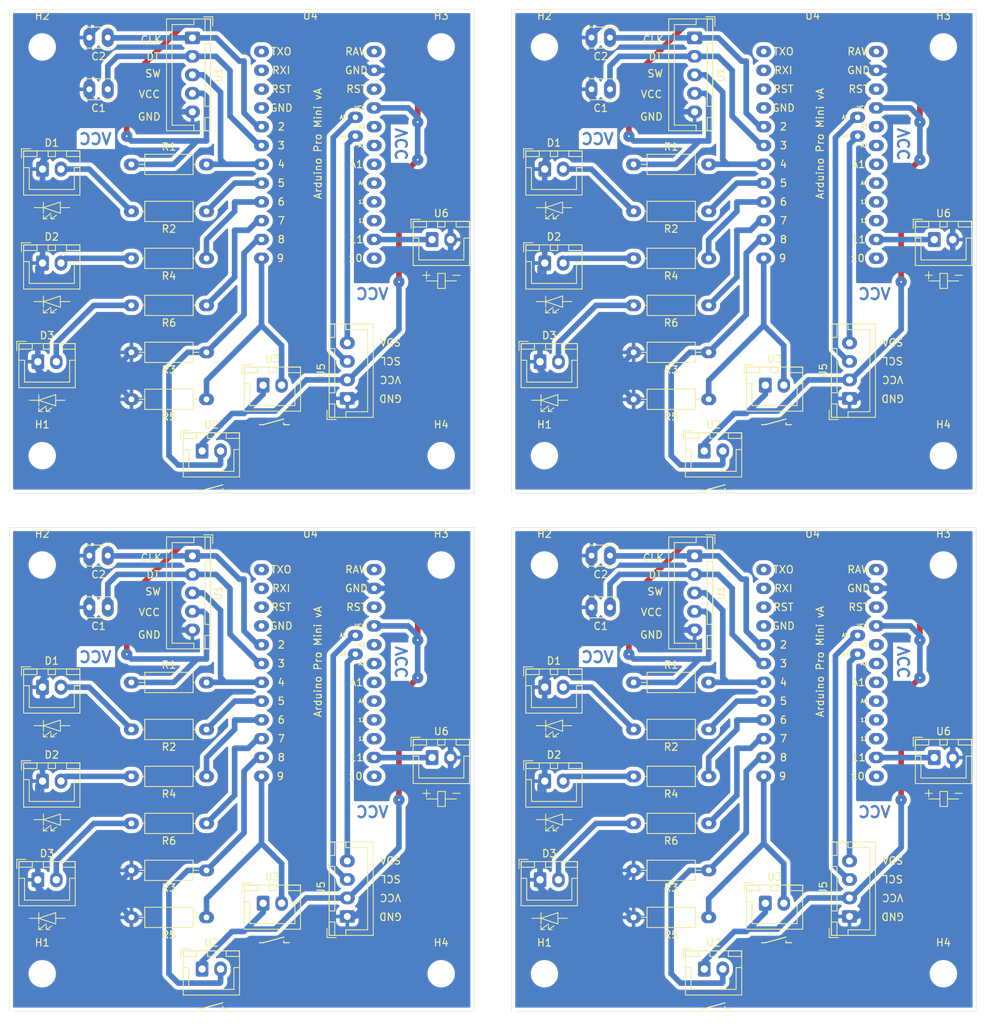
<source format=kicad_pcb>
(kicad_pcb (version 20240108) (generator "pcbnew") (generator_version "8.0")
  (layers (0 "F.Cu" signal) (31 "B.Cu" signal) (34 "B.Paste" user) (35 "F.Paste" user) (36 "B.SilkS" user "B.Silkscreen") (37 "F.SilkS" user "F.Silkscreen") (38 "B.Mask" user) (39 "F.Mask" user) (44 "Edge.Cuts" user))
  (net 0 "")
  (net 1 "Net-(U1-DT)")
  (net 2 "GND")
  (net 3 "Net-(U1-CLK)")
  (net 4 "Net-(D1-A)")
  (net 5 "Net-(D2-A)")
  (net 6 "Net-(D3-A)")
  (net 7 "Net-(U1-SW)")
  (net 8 "+5V")
  (net 9 "Net-(U2-NO)")
  (net 10 "Net-(U3-NO)")
  (net 13 "Net-(U4-5)")
  (net 14 "Net-(U4-6)")
  (net 15 "Net-(U4-7)")
  (net 17 "Net-(U4-A4)")
  (net 18 "Net-(U4-A5)")
  (net 29 "Net-(U4-11)")
  (footprint "My_Misc:R_Axial_DIN0207_L6.3mm_D2.5mm_P10.16mm_Horizontal_large" (layer "F.Cu") (at 180.515 64.595 180)
    (property "Reference" "R6")
    (property "Value" "330R")
  )
  (footprint "My_Arduino:Arduino_Pro_Mini_vA_sides_n_A4,A5_large" (layer "F.Cu") (at 187.96 100.312)
    (property "Reference" "U4")
    (property "Value" "Arduino_Mini_Pro")
  )
  (footprint "My_Misc:R_Axial_DIN0207_L6.3mm_D2.5mm_P10.16mm_Horizontal_large" (layer "F.Cu") (at 112.57 77.295 180)
    (property "Reference" "R5")
    (property "Value" "10k")
  )
  (footprint "My_Headers:5-pin JST Rotary Encoder" (layer "F.Cu") (at 110.665 98.465 -90)
    (property "Reference" "U1")
    (property "Value" "KY-040_Rotary_Encoder")
  )
  (footprint "My_Misc:R_Axial_DIN0207_L6.3mm_D2.5mm_P10.16mm_Horizontal_large" (layer "F.Cu") (at 112.57 70.945 180)
    (property "Reference" "R3")
    (property "Value" "10k")
  )
  (footprint "MountingHole:MountingHole_3.2mm_M3" (layer "F.Cu") (at 144.32 84.915)
    (property "Reference" "H4")
    (property "Value" "MountingHole")
  )
  (footprint "My_Headers:2-pin JST SSR" (layer "F.Cu") (at 143.09 125.73)
    (property "Reference" "U6")
    (property "Value" "SSR_Relay")
  )
  (footprint "My_Headers:2-pin JST LED" (layer "F.Cu") (at 158.33 128.905)
    (property "Reference" "D2")
    (property "Value" "LED")
  )
  (footprint "My_Misc:R_Axial_DIN0207_L6.3mm_D2.5mm_P10.16mm_Horizontal_large" (layer "F.Cu") (at 180.515 128.27 180)
    (property "Reference" "R4")
    (property "Value" "330R")
  )
  (footprint "My_Headers:2-pin JST LED" (layer "F.Cu") (at 89.75 72.215)
    (property "Reference" "D3")
    (property "Value" "LED")
  )
  (footprint "My_Headers:2-pin JST Switch" (layer "F.Cu") (at 120.23 145.415)
    (property "Reference" "U3")
    (property "Value" "Switch")
  )
  (footprint "My_Misc:C_Disc_D3.8mm_W2.6mm_P2.50mm_large" (layer "F.Cu") (at 167.16 105.41 180)
    (property "Reference" "C1")
    (property "Value" "0.47u")
  )
  (footprint "My_Headers:2-pin JST Switch" (layer "F.Cu") (at 188.175 75.39)
    (property "Reference" "U3")
    (property "Value" "Switch")
  )
  (footprint "My_Misc:R_Axial_DIN0207_L6.3mm_D2.5mm_P10.16mm_Horizontal_large" (layer "F.Cu") (at 112.57 121.92 180)
    (property "Reference" "R2")
    (property "Value" "330R")
  )
  (footprint "My_Headers:2-pin JST SSR" (layer "F.Cu") (at 211.035 55.705)
    (property "Reference" "U6")
    (property "Value" "SSR_Relay")
  )
  (footprint "MountingHole:MountingHole_3.2mm_M3" (layer "F.Cu") (at 144.32 99.695)
    (property "Reference" "H3")
    (property "Value" "MountingHole")
  )
  (footprint "My_Misc:R_Axial_DIN0207_L6.3mm_D2.5mm_P10.16mm_Horizontal_large" (layer "F.Cu") (at 180.515 140.97 180)
    (property "Reference" "R3")
    (property "Value" "10k")
  )
  (footprint "My_Misc:R_Axial_DIN0207_L6.3mm_D2.5mm_P10.16mm_Horizontal_large" (layer "F.Cu") (at 180.515 77.295 180)
    (property "Reference" "R5")
    (property "Value" "10k")
  )
  (footprint "My_Misc:R_Axial_DIN0207_L6.3mm_D2.5mm_P10.16mm_Horizontal_large" (layer "F.Cu") (at 112.57 64.595 180)
    (property "Reference" "R6")
    (property "Value" "330R")
  )
  (footprint "My_Misc:R_Axial_DIN0207_L6.3mm_D2.5mm_P10.16mm_Horizontal_large" (layer "F.Cu") (at 112.57 58.245 180)
    (property "Reference" "R4")
    (property "Value" "330R")
  )
  (footprint "My_Misc:R_Axial_DIN0207_L6.3mm_D2.5mm_P10.16mm_Horizontal_large" (layer "F.Cu") (at 112.57 128.27 180)
    (property "Reference" "R4")
    (property "Value" "330R")
  )
  (footprint "My_Headers:2-pin JST LED" (layer "F.Cu") (at 90.385 58.88)
    (property "Reference" "D2")
    (property "Value" "LED")
  )
  (footprint "MountingHole:MountingHole_3.2mm_M3" (layer "F.Cu") (at 90.345 99.695)
    (property "Reference" "H2")
    (property "Value" "MountingHole")
  )
  (footprint "My_Headers:2-pin JST LED" (layer "F.Cu") (at 90.385 116.205)
    (property "Reference" "D1")
    (property "Value" "LED")
  )
  (footprint "MountingHole:MountingHole_3.2mm_M3" (layer "F.Cu") (at 158.29 84.915)
    (property "Reference" "H1")
    (property "Value" "MountingHole")
  )
  (footprint "My_Headers:4-pin JST SSD1306 I2C OLED Display" (layer "F.Cu") (at 199.565 147.2 90)
    (property "Reference" "U5")
    (property "Value" "SSD1306_I2C_display")
  )
  (footprint "My_Headers:5-pin JST Rotary Encoder" (layer "F.Cu") (at 178.61 98.465 -90)
    (property "Reference" "U1")
    (property "Value" "KY-040_Rotary_Encoder")
  )
  (footprint "MountingHole:MountingHole_3.2mm_M3" (layer "F.Cu") (at 212.265 84.915)
    (property "Reference" "H4")
    (property "Value" "MountingHole")
  )
  (footprint "My_Headers:4-pin JST SSD1306 I2C OLED Display" (layer "F.Cu") (at 199.565 77.175 90)
    (property "Reference" "U5")
    (property "Value" "SSD1306_I2C_display")
  )
  (footprint "My_Headers:2-pin JST Switch" (layer "F.Cu") (at 179.92 154.305)
    (property "Reference" "U2")
    (property "Value" "Switch")
  )
  (footprint "My_Arduino:Arduino_Pro_Mini_vA_sides_n_A4,A5_large" (layer "F.Cu") (at 187.96 30.287)
    (property "Reference" "U4")
    (property "Value" "Arduino_Mini_Pro")
  )
  (footprint "My_Misc:R_Axial_DIN0207_L6.3mm_D2.5mm_P10.16mm_Horizontal_large" (layer "F.Cu") (at 102.41 115.57)
    (property "Reference" "R1")
    (property "Value" "10k")
  )
  (footprint "MountingHole:MountingHole_3.2mm_M3" (layer "F.Cu") (at 144.32 154.94)
    (property "Reference" "H4")
    (property "Value" "MountingHole")
  )
  (footprint "My_Headers:2-pin JST LED" (layer "F.Cu") (at 89.75 142.24)
    (property "Reference" "D3")
    (property "Value" "LED")
  )
  (footprint "MountingHole:MountingHole_3.2mm_M3" (layer "F.Cu") (at 158.29 29.67)
    (property "Reference" "H2")
    (property "Value" "MountingHole")
  )
  (footprint "My_Headers:2-pin JST LED" (layer "F.Cu") (at 157.695 142.24)
    (property "Reference" "D3")
    (property "Value" "LED")
  )
  (footprint "My_Headers:2-pin JST Switch" (layer "F.Cu") (at 120.23 75.39)
    (property "Reference" "U3")
    (property "Value" "Switch")
  )
  (footprint "My_Headers:2-pin JST LED" (layer "F.Cu") (at 90.385 128.905)
    (property "Reference" "D2")
    (property "Value" "LED")
  )
  (footprint "My_Misc:R_Axial_DIN0207_L6.3mm_D2.5mm_P10.16mm_Horizontal_large" (layer "F.Cu") (at 112.57 140.97 180)
    (property "Reference" "R3")
    (property "Value" "10k")
  )
  (footprint "My_Misc:R_Axial_DIN0207_L6.3mm_D2.5mm_P10.16mm_Horizontal_large" (layer "F.Cu") (at 170.355 115.57)
    (property "Reference" "R1")
    (property "Value" "10k")
  )
  (footprint "My_Misc:C_Disc_D3.8mm_W2.6mm_P2.50mm_large" (layer "F.Cu") (at 167.16 98.425 180)
    (property "Reference" "C2")
    (property "Value" "0.47u")
  )
  (footprint "MountingHole:MountingHole_3.2mm_M3" (layer "F.Cu") (at 158.29 154.94)
    (property "Reference" "H1")
    (property "Value" "MountingHole")
  )
  (footprint "MountingHole:MountingHole_3.2mm_M3" (layer "F.Cu") (at 90.345 29.67)
    (property "Reference" "H2")
    (property "Value" "MountingHole")
  )
  (footprint "My_Misc:C_Disc_D3.8mm_W2.6mm_P2.50mm_large" (layer "F.Cu") (at 167.16 28.4 180)
    (property "Reference" "C2")
    (property "Value" "0.47u")
  )
  (footprint "My_Misc:C_Disc_D3.8mm_W2.6mm_P2.50mm_large" (layer "F.Cu") (at 99.215 98.425 180)
    (property "Reference" "C2")
    (property "Value" "0.47u")
  )
  (footprint "MountingHole:MountingHole_3.2mm_M3" (layer "F.Cu") (at 158.29 99.695)
    (property "Reference" "H2")
    (property "Value" "MountingHole")
  )
  (footprint "My_Misc:C_Disc_D3.8mm_W2.6mm_P2.50mm_large" (layer "F.Cu") (at 167.16 35.385 180)
    (property "Reference" "C1")
    (property "Value" "0.47u")
  )
  (footprint "My_Misc:R_Axial_DIN0207_L6.3mm_D2.5mm_P10.16mm_Horizontal_large" (layer "F.Cu") (at 180.515 147.32 180)
    (property "Reference" "R5")
    (property "Value" "10k")
  )
  (footprint "My_Headers:4-pin JST SSD1306 I2C OLED Display" (layer "F.Cu") (at 131.62 77.175 90)
    (property "Reference" "U5")
    (property "Value" "SSD1306_I2C_display")
  )
  (footprint "My_Misc:R_Axial_DIN0207_L6.3mm_D2.5mm_P10.16mm_Horizontal_large" (layer "F.Cu") (at 112.57 51.895 180)
    (property "Reference" "R2")
    (property "Value" "330R")
  )
  (footprint "My_Misc:C_Disc_D3.8mm_W2.6mm_P2.50mm_large" (layer "F.Cu") (at 99.215 35.385 180)
    (property "Reference" "C1")
    (property "Value" "0.47u")
  )
  (footprint "My_Misc:R_Axial_DIN0207_L6.3mm_D2.5mm_P10.16mm_Horizontal_large" (layer "F.Cu") (at 180.515 70.945 180)
    (property "Reference" "R3")
    (property "Value" "10k")
  )
  (footprint "MountingHole:MountingHole_3.2mm_M3" (layer "F.Cu") (at 212.265 154.94)
    (property "Reference" "H4")
    (property "Value" "MountingHole")
  )
  (footprint "MountingHole:MountingHole_3.2mm_M3" (layer "F.Cu") (at 90.345 84.915)
    (property "Reference" "H1")
    (property "Value" "MountingHole")
  )
  (footprint "MountingHole:MountingHole_3.2mm_M3" (layer "F.Cu") (at 144.32 29.67)
    (property "Reference" "H3")
    (property "Value" "MountingHole")
  )
  (footprint "MountingHole:MountingHole_3.2mm_M3" (layer "F.Cu") (at 212.265 29.67)
    (property "Reference" "H3")
    (property "Value" "MountingHole")
  )
  (footprint "My_Headers:2-pin JST Switch" (layer "F.Cu") (at 111.975 84.28)
    (property "Reference" "U2")
    (property "Value" "Switch")
  )
  (footprint "My_Headers:5-pin JST Rotary Encoder" (layer "F.Cu") (at 110.665 28.44 -90)
    (property "Reference" "U1")
    (property "Value" "KY-040_Rotary_Encoder")
  )
  (footprint "My_Misc:C_Disc_D3.8mm_W2.6mm_P2.50mm_large" (layer "F.Cu") (at 99.215 28.4 180)
    (property "Reference" "C2")
    (property "Value" "0.47u")
  )
  (footprint "My_Misc:R_Axial_DIN0207_L6.3mm_D2.5mm_P10.16mm_Horizontal_large" (layer "F.Cu") (at 112.57 134.62 180)
    (property "Reference" "R6")
    (property "Value" "330R")
  )
  (footprint "My_Misc:R_Axial_DIN0207_L6.3mm_D2.5mm_P10.16mm_Horizontal_large" (layer "F.Cu") (at 180.515 58.245 180)
    (property "Reference" "R4")
    (property "Value" "330R")
  )
  (footprint "My_Headers:2-pin JST LED" (layer "F.Cu") (at 158.33 58.88)
    (property "Reference" "D2")
    (property "Value" "LED")
  )
  (footprint "My_Headers:4-pin JST SSD1306 I2C OLED Display" (layer "F.Cu") (at 131.62 147.2 90)
    (property "Reference" "U5")
    (property "Value" "SSD1306_I2C_display")
  )
  (footprint "My_Misc:R_Axial_DIN0207_L6.3mm_D2.5mm_P10.16mm_Horizontal_large" (layer "F.Cu") (at 112.57 147.32 180)
    (property "Reference" "R5")
    (property "Value" "10k")
  )
  (footprint "My_Misc:C_Disc_D3.8mm_W2.6mm_P2.50mm_large" (layer "F.Cu") (at 99.215 105.41 180)
    (property "Reference" "C1")
    (property "Value" "0.47u")
  )
  (footprint "My_Misc:R_Axial_DIN0207_L6.3mm_D2.5mm_P10.16mm_Horizontal_large" (layer "F.Cu") (at 180.515 134.62 180)
    (property "Reference" "R6")
    (property "Value" "330R")
  )
  (footprint "My_Misc:R_Axial_DIN0207_L6.3mm_D2.5mm_P10.16mm_Horizontal_large" (layer "F.Cu") (at 102.41 45.545)
    (property "Reference" "R1")
    (property "Value" "10k")
  )
  (footprint "My_Headers:2-pin JST Switch" (layer "F.Cu") (at 179.92 84.28)
    (property "Reference" "U2")
    (property "Value" "Switch")
  )
  (footprint "My_Headers:2-pin JST Switch" (layer "F.Cu") (at 111.975 154.305)
    (property "Reference" "U2")
    (property "Value" "Switch")
  )
  (footprint "MountingHole:MountingHole_3.2mm_M3" (layer "F.Cu") (at 212.265 99.695)
    (property "Reference" "H3")
    (property "Value" "MountingHole")
  )
  (footprint "My_Headers:2-pin JST LED" (layer "F.Cu") (at 90.385 46.18)
    (property "Reference" "D1")
    (property "Value" "LED")
  )
  (footprint "MountingHole:MountingHole_3.2mm_M3" (layer "F.Cu") (at 90.345 154.94)
    (property "Reference" "H1")
    (property "Value" "MountingHole")
  )
  (footprint "My_Arduino:Arduino_Pro_Mini_vA_sides_n_A4,A5_large" (layer "F.Cu") (at 120.015 100.312)
    (property "Reference" "U4")
    (property "Value" "Arduino_Mini_Pro")
  )
  (footprint "My_Headers:2-pin JST LED" (layer "F.Cu") (at 158.33 46.18)
    (property "Reference" "D1")
    (property "Value" "LED")
  )
  (footprint "My_Headers:5-pin JST Rotary Encoder" (layer "F.Cu") (at 178.61 28.44 -90)
    (property "Reference" "U1")
    (property "Value" "KY-040_Rotary_Encoder")
  )
  (footprint "My_Headers:2-pin JST LED" (layer "F.Cu") (at 158.33 116.205)
    (property "Reference" "D1")
    (property "Value" "LED")
  )
  (footprint "My_Headers:2-pin JST SSR" (layer "F.Cu") (at 211.035 125.73)
    (property "Reference" "U6")
    (property "Value" "SSR_Relay")
  )
  (footprint "My_Misc:R_Axial_DIN0207_L6.3mm_D2.5mm_P10.16mm_Horizontal_large" (layer "F.Cu") (at 170.355 45.545)
    (property "Reference" "R1")
    (property "Value" "10k")
  )
  (footprint "My_Headers:2-pin JST SSR" (layer "F.Cu") (at 143.09 55.705)
    (property "Reference" "U6")
    (property "Value" "SSR_Relay")
  )
  (footprint "My_Headers:2-pin JST LED" (layer "F.Cu") (at 157.695 72.215)
    (property "Reference" "D3")
    (property "Value" "LED")
  )
  (footprint "My_Headers:2-pin JST Switch" (layer "F.Cu") (at 188.175 145.415)
    (property "Reference" "U3")
    (property "Value" "Switch")
  )
  (footprint "My_Misc:R_Axial_DIN0207_L6.3mm_D2.5mm_P10.16mm_Horizontal_large" (layer "F.Cu") (at 180.515 121.92 180)
    (property "Reference" "R2")
    (property "Value" "330R")
  )
  (footprint "My_Misc:R_Axial_DIN0207_L6.3mm_D2.5mm_P10.16mm_Horizontal_large" (layer "F.Cu") (at 180.515 51.895 180)
    (property "Reference" "R2")
    (property "Value" "330R")
  )
  (footprint "My_Arduino:Arduino_Pro_Mini_vA_sides_n_A4,A5_large" (layer "F.Cu") (at 120.015 30.287)
    (property "Reference" "U4")
    (property "Value" "Arduino_Mini_Pro")
  )
  (gr_line (start 153.845 94.615) (end 216.71 94.615) (stroke (width 0.05)) (layer "Edge.Cuts"))
  (gr_line (start 216.71 89.995) (end 216.71 24.59) (stroke (width 0.05)) (layer "Edge.Cuts"))
  (gr_line (start 85.9 160.02) (end 85.9 94.615) (stroke (width 0.05)) (layer "Edge.Cuts"))
  (gr_line (start 216.71 160.02) (end 154.48 160.02) (stroke (width 0.05)) (layer "Edge.Cuts"))
  (gr_line (start 85.9 24.59) (end 148.765 24.59) (stroke (width 0.05)) (layer "Edge.Cuts"))
  (gr_line (start 153.845 24.59) (end 216.71 24.59) (stroke (width 0.05)) (layer "Edge.Cuts"))
  (gr_line (start 148.765 89.995) (end 148.765 24.59) (stroke (width 0.05)) (layer "Edge.Cuts"))
  (gr_line (start 153.845 89.995) (end 153.845 24.59) (stroke (width 0.05)) (layer "Edge.Cuts"))
  (gr_line (start 148.765 160.02) (end 148.765 94.615) (stroke (width 0.05)) (layer "Edge.Cuts"))
  (gr_line (start 85.9 89.995) (end 85.9 24.59) (stroke (width 0.05)) (layer "Edge.Cuts"))
  (gr_line (start 153.845 160.02) (end 153.845 94.615) (stroke (width 0.05)) (layer "Edge.Cuts"))
  (gr_line (start 85.9 94.615) (end 148.765 94.615) (stroke (width 0.05)) (layer "Edge.Cuts"))
  (gr_line (start 148.765 160.02) (end 86.535 160.02) (stroke (width 0.05)) (layer "Edge.Cuts"))
  (gr_line (start 216.71 89.995) (end 154.48 89.995) (stroke (width 0.05)) (layer "Edge.Cuts"))
  (gr_line (start 148.765 89.995) (end 86.535 89.995) (stroke (width 0.05)) (layer "Edge.Cuts"))
  (gr_line (start 216.71 160.02) (end 216.71 94.615) (stroke (width 0.05)) (layer "Edge.Cuts"))
  (gr_text "VCC" (at 139.875 40.465 90) (layer "B.Cu") (effects (font (size 1.5 1.5) (thickness 0.3) (bold yes)) (justify left bottom mirror)))
  (gr_text "VCC" (at 99.87 113.03 0) (layer "B.Cu") (effects (font (size 1.5 1.5) (thickness 0.3) (bold yes)) (justify left bottom mirror)))
  (gr_text "VCC" (at 137.335 133.985 0) (layer "B.Cu") (effects (font (size 1.5 1.5) (thickness 0.3) (bold yes)) (justify left bottom mirror)))
  (gr_text "VCC" (at 137.335 63.96 0) (layer "B.Cu") (effects (font (size 1.5 1.5) (thickness 0.3) (bold yes)) (justify left bottom mirror)))
  (gr_text "VCC" (at 167.815 43.005 0) (layer "B.Cu") (effects (font (size 1.5 1.5) (thickness 0.3) (bold yes)) (justify left bottom mirror)))
  (gr_text "VCC" (at 207.82 40.465 90) (layer "B.Cu") (effects (font (size 1.5 1.5) (thickness 0.3) (bold yes)) (justify left bottom mirror)))
  (gr_text "VCC" (at 99.87 43.005 0) (layer "B.Cu") (effects (font (size 1.5 1.5) (thickness 0.3) (bold yes)) (justify left bottom mirror)))
  (gr_text "VCC" (at 139.875 110.49 90) (layer "B.Cu") (effects (font (size 1.5 1.5) (thickness 0.3) (bold yes)) (justify left bottom mirror)))
  (gr_text "VCC" (at 205.28 133.985 0) (layer "B.Cu") (effects (font (size 1.5 1.5) (thickness 0.3) (bold yes)) (justify left bottom mirror)))
  (gr_text "VCC" (at 205.28 63.96 0) (layer "B.Cu") (effects (font (size 1.5 1.5) (thickness 0.3) (bold yes)) (justify left bottom mirror)))
  (gr_text "VCC" (at 167.815 113.03 0) (layer "B.Cu") (effects (font (size 1.5 1.5) (thickness 0.3) (bold yes)) (justify left bottom mirror)))
  (gr_text "VCC" (at 207.82 110.49 90) (layer "B.Cu") (effects (font (size 1.5 1.5) (thickness 0.3) (bold yes)) (justify left bottom mirror)))
  (segment (start 115.745 102.87) (end 113.84 100.965) (width 0.762) (layer "B.Cu") (net 1))
  (segment (start 181.785 100.965) (end 178.61 100.965) (width 0.762) (layer "B.Cu") (net 1))
  (segment (start 115.745 39.019867) (end 115.745 32.845) (width 0.762) (layer "B.Cu") (net 1))
  (segment (start 187.657133 42.987) (end 183.69 39.019867) (width 0.762) (layer "B.Cu") (net 1))
  (segment (start 167.16 32.23) (end 167.16 35.385) (width 0.762) (layer "B.Cu") (net 1))
  (segment (start 115.745 32.845) (end 113.84 30.94) (width 0.762) (layer "B.Cu") (net 1))
  (segment (start 168.45 30.94) (end 167.16 32.23) (width 0.762) (layer "B.Cu") (net 1))
  (segment (start 100.505 100.965) (end 99.215 102.255) (width 0.762) (layer "B.Cu") (net 1))
  (segment (start 99.215 102.255) (end 99.215 105.41) (width 0.762) (layer "B.Cu") (net 1))
  (segment (start 113.84 100.965) (end 110.665 100.965) (width 0.762) (layer "B.Cu") (net 1))
  (segment (start 99.215 32.23) (end 99.215 35.385) (width 0.762) (layer "B.Cu") (net 1))
  (segment (start 110.665 100.965) (end 100.505 100.965) (width 0.762) (layer "B.Cu") (net 1))
  (segment (start 187.96 113.012) (end 187.657133 113.012) (width 0.762) (layer "B.Cu") (net 1))
  (segment (start 181.785 30.94) (end 178.61 30.94) (width 0.762) (layer "B.Cu") (net 1))
  (segment (start 115.745 109.044867) (end 115.745 102.87) (width 0.762) (layer "B.Cu") (net 1))
  (segment (start 187.96 42.987) (end 187.657133 42.987) (width 0.762) (layer "B.Cu") (net 1))
  (segment (start 183.69 32.845) (end 181.785 30.94) (width 0.762) (layer "B.Cu") (net 1))
  (segment (start 100.505 30.94) (end 99.215 32.23) (width 0.762) (layer "B.Cu") (net 1))
  (segment (start 120.015 113.012) (end 119.712133 113.012) (width 0.762) (layer "B.Cu") (net 1))
  (segment (start 178.61 100.965) (end 168.45 100.965) (width 0.762) (layer "B.Cu") (net 1))
  (segment (start 183.69 109.044867) (end 183.69 102.87) (width 0.762) (layer "B.Cu") (net 1))
  (segment (start 119.712133 113.012) (end 115.745 109.044867) (width 0.762) (layer "B.Cu") (net 1))
  (segment (start 110.665 30.94) (end 100.505 30.94) (width 0.762) (layer "B.Cu") (net 1))
  (segment (start 187.657133 113.012) (end 183.69 109.044867) (width 0.762) (layer "B.Cu") (net 1))
  (segment (start 119.712133 42.987) (end 115.745 39.019867) (width 0.762) (layer "B.Cu") (net 1))
  (segment (start 178.61 30.94) (end 168.45 30.94) (width 0.762) (layer "B.Cu") (net 1))
  (segment (start 168.45 100.965) (end 167.16 102.255) (width 0.762) (layer "B.Cu") (net 1))
  (segment (start 167.16 102.255) (end 167.16 105.41) (width 0.762) (layer "B.Cu") (net 1))
  (segment (start 183.69 39.019867) (end 183.69 32.845) (width 0.762) (layer "B.Cu") (net 1))
  (segment (start 120.015 42.987) (end 119.712133 42.987) (width 0.762) (layer "B.Cu") (net 1))
  (segment (start 183.69 102.87) (end 181.785 100.965) (width 0.762) (layer "B.Cu") (net 1))
  (segment (start 113.84 30.94) (end 110.665 30.94) (width 0.762) (layer "B.Cu") (net 1))
  (segment (start 90.385 46.18) (end 90.385 45.164) (width 0.762) (layer "B.Cu") (net 2))
  (segment (start 202.692 102.852) (end 196.106 96.266) (width 0.762) (layer "B.Cu") (net 2))
  (segment (start 178.61 108.465) (end 166.623 108.465) (width 0.762) (layer "B.Cu") (net 2))
  (segment (start 165.054 38.44) (end 166.623 38.44) (width 0.762) (layer "B.Cu") (net 2))
  (segment (start 164.66 28.041393) (end 164.66 28.4) (width 0.762) (layer "B.Cu") (net 2))
  (segment (start 90.385 45.164) (end 97.109 38.44) (width 0.762) (layer "B.Cu") (net 2))
  (segment (start 178.61 38.44) (end 166.623 38.44) (width 0.762) (layer "B.Cu") (net 2))
  (segment (start 132.636 147.2) (end 145.59 134.246) (width 0.762) (layer "B.Cu") (net 2))
  (segment (start 160.83 144.78) (end 159.219 144.78) (width 0.762) (layer "B.Cu") (net 2))
  (segment (start 145.59 55.705) (end 145.59 37.779133) (width 0.762) (layer "B.Cu") (net 2))
  (segment (start 89.75 73.231) (end 89.75 72.215) (width 0.762) (layer "B.Cu") (net 2))
  (segment (start 166.623 38.44) (end 164.66 36.477) (width 0.762) (layer "B.Cu") (net 2))
  (segment (start 98.515393 96.266) (end 96.715 98.066393) (width 0.762) (layer "B.Cu") (net 2))
  (segment (start 92.885 74.755) (end 91.274 74.755) (width 0.762) (layer "B.Cu") (net 2))
  (segment (start 166.460393 26.241) (end 164.66 28.041393) (width 0.762) (layer "B.Cu") (net 2))
  (segment (start 164.66 98.066393) (end 164.66 98.425) (width 0.762) (layer "B.Cu") (net 2))
  (segment (start 96.715 28.041393) (end 96.715 28.4) (width 0.762) (layer "B.Cu") (net 2))
  (segment (start 158.33 128.905) (end 158.33 116.205) (width 0.762) (layer "B.Cu") (net 2))
  (segment (start 164.66 36.477) (end 164.66 35.385) (width 0.762) (layer "B.Cu") (net 2))
  (segment (start 213.535 125.73) (end 213.535 107.804133) (width 0.762) (layer "B.Cu") (net 2))
  (segment (start 92.885 144.78) (end 91.274 144.78) (width 0.762) (layer "B.Cu") (net 2))
  (segment (start 164.66 106.502) (end 164.66 105.41) (width 0.762) (layer "B.Cu") (net 2))
  (segment (start 157.695 129.54) (end 158.33 128.905) (width 0.762) (layer "B.Cu") (net 2))
  (segment (start 98.515393 26.241) (end 96.715 28.041393) (width 0.762) (layer "B.Cu") (net 2))
  (segment (start 170.355 77.295) (end 167.18 74.12) (width 0.762) (layer "B.Cu") (net 2))
  (segment (start 170.355 140.97) (end 167.18 144.145) (width 0.762) (layer "B.Cu") (net 2))
  (segment (start 128.161 26.241) (end 98.515393 26.241) (width 0.762) (layer "B.Cu") (net 2))
  (segment (start 98.678 108.465) (end 96.715 106.502) (width 0.762) (layer "B.Cu") (net 2))
  (segment (start 200.581 77.175) (end 213.535 64.221) (width 0.762) (layer "B.Cu") (net 2))
  (segment (start 96.715 35.385) (end 96.715 28.4) (width 0.762) (layer "B.Cu") (net 2))
  (segment (start 145.59 64.221) (end 145.59 55.705) (width 0.762) (layer "B.Cu") (net 2))
  (segment (start 165.054 108.465) (end 166.623 108.465) (width 0.762) (layer "B.Cu") (net 2))
  (segment (start 160.83 74.755) (end 159.219 74.755) (width 0.762) (layer "B.Cu") (net 2))
  (segment (start 157.695 59.515) (end 158.33 58.88) (width 0.762) (layer "B.Cu") (net 2))
  (segment (start 89.75 129.54) (end 90.385 128.905) (width 0.762) (layer "B.Cu") (net 2))
  (segment (start 99.235 74.12) (end 93.52 74.12) (width 0.762) (layer "B.Cu") (net 2))
  (segment (start 99.235 144.145) (end 93.52 144.145) (width 0.762) (layer "B.Cu") (net 2))
  (segment (start 91.274 144.78) (end 89.75 143.256) (width 0.762) (layer "B.Cu") (net 2))
  (segment (start 102.41 140.97) (end 99.235 144.145) (width 0.762) (layer "B.Cu") (net 2))
  (segment (start 213.535 107.804133) (end 208.582867 102.852) (width 0.762) (layer "B.Cu") (net 2))
  (segment (start 96.715 36.477) (end 96.715 35.385) (width 0.762) (layer "B.Cu") (net 2))
  (segment (start 96.715 105.41) (end 96.715 98.425) (width 0.762) (layer "B.Cu") (net 2))
  (segment (start 158.33 115.189) (end 165.054 108.465) (width 0.762) (layer "B.Cu") (net 2))
  (segment (start 145.59 125.73) (end 145.59 107.804133) (width 0.762) (layer "B.Cu") (net 2))
  (segment (start 164.66 35.385) (end 164.66 28.4) (width 0.762) (layer "B.Cu") (net 2))
  (segment (start 158.33 116.205) (end 158.33 115.189) (width 0.762) (layer "B.Cu") (net 2))
  (segment (start 97.109 108.465) (end 98.678 108.465) (width 0.762) (layer "B.Cu") (net 2))
  (segment (start 164.66 105.41) (end 164.66 98.425) (width 0.762) (layer "B.Cu") (net 2))
  (segment (start 135.255 32.827) (end 134.747 32.827) (width 0.762) (layer "B.Cu") (net 2))
  (segment (start 167.18 144.145) (end 161.465 144.145) (width 0.762) (layer "B.Cu") (net 2))
  (segment (start 213.535 37.779133) (end 208.582867 32.827) (width 0.762) (layer "B.Cu") (net 2))
  (segment (start 135.255 102.852) (end 134.747 102.852) (width 0.762) (layer "B.Cu") (net 2))
  (segment (start 93.52 144.145) (end 92.885 144.78) (width 0.762) (layer "B.Cu") (net 2))
  (segment (start 157.695 143.256) (end 157.695 142.24) (width 0.762) (layer "B.Cu") (net 2))
  (segment (start 196.106 96.266) (end 166.460393 96.266) (width 0.762) (layer "B.Cu") (net 2))
  (segment (start 89.75 143.256) (end 89.75 142.24) (width 0.762) (layer "B.Cu") (net 2))
  (segment (start 161.465 74.12) (end 160.83 74.755) (width 0.762) (layer "B.Cu") (net 2))
  (segment (start 158.33 45.164) (end 165.054 38.44) (width 0.762) (layer "B.Cu") (net 2))
  (segment (start 102.41 147.32) (end 99.235 144.145) (width 0.762) (layer "B.Cu") (net 2))
  (segment (start 110.665 38.44) (end 98.678 38.44) (width 0.762) (layer "B.Cu") (net 2))
  (segment (start 166.460393 96.266) (end 164.66 98.066393) (width 0.762) (layer "B.Cu") (net 2))
  (segment (start 145.59 107.804133) (end 140.637867 102.852) (width 0.762) (layer "B.Cu") (net 2))
  (segment (start 203.2 102.852) (end 202.692 102.852) (width 0.762) (layer "B.Cu") (net 2))
  (segment (start 213.535 134.246) (end 213.535 125.73) (width 0.762) (layer "B.Cu") (net 2))
  (segment (start 167.18 74.12) (end 161.465 74.12) (width 0.762) (layer "B.Cu") (net 2))
  (segment (start 157.695 73.231) (end 157.695 72.215) (width 0.762) (layer "B.Cu") (net 2))
  (segment (start 203.2 32.827) (end 202.692 32.827) (width 0.762) (layer "B.Cu") (net 2))
  (segment (start 157.695 142.24) (end 157.695 129.54) (width 0.762) (layer "B.Cu") (net 2))
  (segment (start 132.636 77.175) (end 145.59 64.221) (width 0.762) (layer "B.Cu") (net 2))
  (segment (start 134.747 32.827) (end 128.161 26.241) (width 0.762) (layer "B.Cu") (net 2))
  (segment (start 159.219 144.78) (end 157.695 143.256) (width 0.762) (layer "B.Cu") (net 2))
  (segment (start 110.665 108.465) (end 98.678 108.465) (width 0.762) (layer "B.Cu") (net 2))
  (segment (start 89.75 59.515) (end 90.385 58.88) (width 0.762) (layer "B.Cu") (net 2))
  (segment (start 145.59 37.779133) (end 140.637867 32.827) (width 0.762) (layer "B.Cu") (net 2))
  (segment (start 96.715 98.066393) (end 96.715 98.425) (width 0.762) (layer "B.Cu") (net 2))
  (segment (start 131.62 77.175) (end 132.636 77.175) (width 0.762) (layer "B.Cu") (net 2))
  (segment (start 90.385 116.205) (end 90.385 115.189) (width 0.762) (layer "B.Cu") (net 2))
  (segment (start 213.535 55.705) (end 213.535 37.779133) (width 0.762) (layer "B.Cu") (net 2))
  (segment (start 170.355 147.32) (end 167.18 144.145) (width 0.762) (layer "B.Cu") (net 2))
  (segment (start 170.355 70.945) (end 167.18 74.12) (width 0.762) (layer "B.Cu") (net 2))
  (segment (start 134.747 102.852) (end 128.161 96.266) (width 0.762) (layer "B.Cu") (net 2))
  (segment (start 102.41 77.295) (end 99.235 74.12) (width 0.762) (layer "B.Cu") (net 2))
  (segment (start 140.637867 102.852) (end 135.255 102.852) (width 0.762) (layer "B.Cu") (net 2))
  (segment (start 131.62 147.2) (end 132.636 147.2) (width 0.762) (layer "B.Cu") (net 2))
  (segment (start 200.581 147.2) (end 213.535 134.246) (width 0.762) (layer "B.Cu") (net 2))
  (segment (start 158.33 46.18) (end 158.33 45.164) (width 0.762) (layer "B.Cu") (net 2))
  (segment (start 199.565 77.175) (end 200.581 77.175) (width 0.762) (layer "B.Cu") (net 2))
  (segment (start 90.385 115.189) (end 97.109 108.465) (width 0.762) (layer "B.Cu") (net 2))
  (segment (start 97.109 38.44) (end 98.678 38.44) (width 0.762) (layer "B.Cu") (net 2))
  (segment (start 89.75 72.215) (end 89.75 59.515) (width 0.762) (layer "B.Cu") (net 2))
  (segment (start 102.41 70.945) (end 99.235 74.12) (width 0.762) (layer "B.Cu") (net 2))
  (segment (start 96.715 106.502) (end 96.715 105.41) (width 0.762) (layer "B.Cu") (net 2))
  (segment (start 128.161 96.266) (end 98.515393 96.266) (width 0.762) (layer "B.Cu") (net 2))
  (segment (start 90.385 58.88) (end 90.385 46.18) (width 0.762) (layer "B.Cu") (net 2))
  (segment (start 159.219 74.755) (end 157.695 73.231) (width 0.762) (layer "B.Cu") (net 2))
  (segment (start 157.695 72.215) (end 157.695 59.515) (width 0.762) (layer "B.Cu") (net 2))
  (segment (start 208.582867 32.827) (end 203.2 32.827) (width 0.762) (layer "B.Cu") (net 2))
  (segment (start 166.623 108.465) (end 164.66 106.502) (width 0.762) (layer "B.Cu") (net 2))
  (segment (start 90.385 128.905) (end 90.385 116.205) (width 0.762) (layer "B.Cu") (net 2))
  (segment (start 145.59 134.246) (end 145.59 125.73) (width 0.762) (layer "B.Cu") (net 2))
  (segment (start 213.535 64.221) (end 213.535 55.705) (width 0.762) (layer "B.Cu") (net 2))
  (segment (start 202.692 32.827) (end 196.106 26.241) (width 0.762) (layer "B.Cu") (net 2))
  (segment (start 93.52 74.12) (end 92.885 74.755) (width 0.762) (layer "B.Cu") (net 2))
  (segment (start 161.465 144.145) (end 160.83 144.78) (width 0.762) (layer "B.Cu") (net 2))
  (segment (start 140.637867 32.827) (end 135.255 32.827) (width 0.762) (layer "B.Cu") (net 2))
  (segment (start 98.678 38.44) (end 96.715 36.477) (width 0.762) (layer "B.Cu") (net 2))
  (segment (start 158.33 58.88) (end 158.33 46.18) (width 0.762) (layer "B.Cu") (net 2))
  (segment (start 91.274 74.755) (end 89.75 73.231) (width 0.762) (layer "B.Cu") (net 2))
  (segment (start 196.106 26.241) (end 166.460393 26.241) (width 0.762) (layer "B.Cu") (net 2))
  (segment (start 89.75 142.24) (end 89.75 129.54) (width 0.762) (layer "B.Cu") (net 2))
  (segment (start 208.582867 102.852) (end 203.2 102.852) (width 0.762) (layer "B.Cu") (net 2))
  (segment (start 199.565 147.2) (end 200.581 147.2) (width 0.762) (layer "B.Cu") (net 2))
  (segment (start 184.96 101.6) (end 181.825 98.465) (width 0.762) (layer "B.Cu") (net 3))
  (segment (start 117.65 31.575) (end 117.015 31.575) (width 0.762) (layer "B.Cu") (net 3))
  (segment (start 178.61 28.44) (end 167.2 28.44) (width 0.762) (layer "B.Cu") (net 3))
  (segment (start 117.015 31.575) (end 113.88 28.44) (width 0.762) (layer "B.Cu") (net 3))
  (segment (start 185.595 101.6) (end 184.96 101.6) (width 0.762) (layer "B.Cu") (net 3))
  (segment (start 187.452 40.447) (end 185.595 38.59) (width 0.762) (layer "B.Cu") (net 3))
  (segment (start 120.015 40.447) (end 119.507 40.447) (width 0.762) (layer "B.Cu") (net 3))
  (segment (start 113.88 98.465) (end 110.665 98.465) (width 0.762) (layer "B.Cu") (net 3))
  (segment (start 113.88 28.44) (end 110.665 28.44) (width 0.762) (layer "B.Cu") (net 3))
  (segment (start 119.507 110.472) (end 117.65 108.615) (width 0.762) (layer "B.Cu") (net 3))
  (segment (start 117.65 101.6) (end 117.015 101.6) (width 0.762) (layer "B.Cu") (net 3))
  (segment (start 181.825 98.465) (end 178.61 98.465) (width 0.762) (layer "B.Cu") (net 3))
  (segment (start 99.255 28.44) (end 99.215 28.4) (width 0.762) (layer "B.Cu") (net 3))
  (segment (start 185.595 38.59) (end 185.595 31.575) (width 0.762) (layer "B.Cu") (net 3))
  (segment (start 185.595 31.575) (end 184.96 31.575) (width 0.762) (layer "B.Cu") (net 3))
  (segment (start 187.452 110.472) (end 185.595 108.615) (width 0.762) (layer "B.Cu") (net 3))
  (segment (start 99.255 98.465) (end 99.215 98.425) (width 0.762) (layer "B.Cu") (net 3))
  (segment (start 110.665 28.44) (end 99.255 28.44) (width 0.762) (layer "B.Cu") (net 3))
  (segment (start 181.825 28.44) (end 178.61 28.44) (width 0.762) (layer "B.Cu") (net 3))
  (segment (start 184.96 31.575) (end 181.825 28.44) (width 0.762) (layer "B.Cu") (net 3))
  (segment (start 187.96 40.447) (end 187.452 40.447) (width 0.762) (layer "B.Cu") (net 3))
  (segment (start 117.65 108.615) (end 117.65 101.6) (width 0.762) (layer "B.Cu") (net 3))
  (segment (start 119.507 40.447) (end 117.65 38.59) (width 0.762) (layer "B.Cu") (net 3))
  (segment (start 120.015 110.472) (end 119.507 110.472) (width 0.762) (layer "B.Cu") (net 3))
  (segment (start 117.65 38.59) (end 117.65 31.575) (width 0.762) (layer "B.Cu") (net 3))
  (segment (start 117.015 101.6) (end 113.88 98.465) (width 0.762) (layer "B.Cu") (net 3))
  (segment (start 178.61 98.465) (end 167.2 98.465) (width 0.762) (layer "B.Cu") (net 3))
  (segment (start 187.96 110.472) (end 187.452 110.472) (width 0.762) (layer "B.Cu") (net 3))
  (segment (start 167.2 28.44) (end 167.16 28.4) (width 0.762) (layer "B.Cu") (net 3))
  (segment (start 110.665 98.465) (end 99.255 98.465) (width 0.762) (layer "B.Cu") (net 3))
  (segment (start 167.2 98.465) (end 167.16 98.425) (width 0.762) (layer "B.Cu") (net 3))
  (segment (start 185.595 108.615) (end 185.595 101.6) (width 0.762) (layer "B.Cu") (net 3))
  (segment (start 92.885 46.18) (end 96.695 46.18) (width 0.762) (layer "B.Cu") (net 4))
  (segment (start 96.695 116.205) (end 102.41 121.92) (width 0.762) (layer "B.Cu") (net 4))
  (segment (start 92.885 116.205) (end 96.695 116.205) (width 0.762) (layer "B.Cu") (net 4))
  (segment (start 164.64 116.205) (end 170.355 121.92) (width 0.762) (layer "B.Cu") (net 4))
  (segment (start 160.83 116.205) (end 164.64 116.205) (width 0.762) (layer "B.Cu") (net 4))
  (segment (start 160.83 46.18) (end 164.64 46.18) (width 0.762) (layer "B.Cu") (net 4))
  (segment (start 96.695 46.18) (end 102.41 51.895) (width 0.762) (layer "B.Cu") (net 4))
  (segment (start 164.64 46.18) (end 170.355 51.895) (width 0.762) (layer "B.Cu") (net 4))
  (segment (start 93.52 128.27) (end 102.41 128.27) (width 0.762) (layer "B.Cu") (net 5))
  (segment (start 92.885 58.88) (end 93.52 58.245) (width 0.762) (layer "B.Cu") (net 5))
  (segment (start 92.885 128.905) (end 93.52 128.27) (width 0.762) (layer "B.Cu") (net 5))
  (segment (start 160.83 58.88) (end 161.465 58.245) (width 0.762) (layer "B.Cu") (net 5))
  (segment (start 161.465 58.245) (end 170.355 58.245) (width 0.762) (layer "B.Cu") (net 5))
  (segment (start 160.83 128.905) (end 161.465 128.27) (width 0.762) (layer "B.Cu") (net 5))
  (segment (start 93.52 58.245) (end 102.41 58.245) (width 0.762) (layer "B.Cu") (net 5))
  (segment (start 161.465 128.27) (end 170.355 128.27) (width 0.762) (layer "B.Cu") (net 5))
  (segment (start 160.195 72.215) (end 160.195 69.675) (width 0.762) (layer "B.Cu") (net 6))
  (segment (start 92.25 72.215) (end 92.25 69.675) (width 0.762) (layer "B.Cu") (net 6))
  (segment (start 160.195 139.7) (end 165.275 134.62) (width 0.762) (layer "B.Cu") (net 6))
  (segment (start 165.275 134.62) (end 170.355 134.62) (width 0.762) (layer "B.Cu") (net 6))
  (segment (start 92.25 139.7) (end 97.33 134.62) (width 0.762) (layer "B.Cu") (net 6))
  (segment (start 165.275 64.595) (end 170.355 64.595) (width 0.762) (layer "B.Cu") (net 6))
  (segment (start 97.33 64.595) (end 102.41 64.595) (width 0.762) (layer "B.Cu") (net 6))
  (segment (start 160.195 69.675) (end 165.275 64.595) (width 0.762) (layer "B.Cu") (net 6))
  (segment (start 160.195 142.24) (end 160.195 139.7) (width 0.762) (layer "B.Cu") (net 6))
  (segment (start 97.33 134.62) (end 102.41 134.62) (width 0.762) (layer "B.Cu") (net 6))
  (segment (start 92.25 142.24) (end 92.25 139.7) (width 0.762) (layer "B.Cu") (net 6))
  (segment (start 92.25 69.675) (end 97.33 64.595) (width 0.762) (layer "B.Cu") (net 6))
  (segment (start 180.533 45.527) (end 180.515 45.545) (width 0.762) (layer "B.Cu") (net 7))
  (segment (start 115.11 115.552) (end 112.588 115.552) (width 0.762) (layer "B.Cu") (net 7))
  (segment (start 182.42 44.892) (end 183.055 45.527) (width 0.762) (layer "B.Cu") (net 7))
  (segment (start 178.61 103.465) (end 180.056 103.465) (width 0.762) (layer "B.Cu") (net 7))
  (segment (start 120.015 45.527) (end 115.11 45.527) (width 0.762) (layer "B.Cu") (net 7))
  (segment (start 114.475 105.829) (end 114.475 114.917) (width 0.762) (layer "B.Cu") (net 7))
  (segment (start 182.42 35.804) (end 182.42 44.892) (width 0.762) (layer "B.Cu") (net 7))
  (segment (start 182.42 114.917) (end 183.055 115.552) (width 0.762) (layer "B.Cu") (net 7))
  (segment (start 183.055 45.527) (end 180.533 45.527) (width 0.762) (layer "B.Cu") (net 7))
  (segment (start 180.533 115.552) (end 180.515 115.57) (width 0.762) (layer "B.Cu") (net 7))
  (segment (start 187.96 115.552) (end 183.055 115.552) (width 0.762) (layer "B.Cu") (net 7))
  (segment (start 114.475 44.892) (end 115.11 45.527) (width 0.762) (layer "B.Cu") (net 7))
  (segment (start 182.42 105.829) (end 182.42 114.917) (width 0.762) (layer "B.Cu") (net 7))
  (segment (start 110.665 103.465) (end 112.111 103.465) (width 0.762) (layer "B.Cu") (net 7))
  (segment (start 178.61 33.44) (end 180.056 33.44) (width 0.762) (layer "B.Cu") (net 7))
  (segment (start 114.475 35.804) (end 114.475 44.892) (width 0.762) (layer "B.Cu") (net 7))
  (segment (start 112.111 103.465) (end 114.475 105.829) (width 0.762) (layer "B.Cu") (net 7))
  (segment (start 115.11 45.527) (end 112.588 45.527) (width 0.762) (layer "B.Cu") (net 7))
  (segment (start 120.015 115.552) (end 115.11 115.552) (width 0.762) (layer "B.Cu") (net 7))
  (segment (start 110.665 33.44) (end 112.111 33.44) (width 0.762) (layer "B.Cu") (net 7))
  (segment (start 187.96 45.527) (end 183.055 45.527) (width 0.762) (layer "B.Cu") (net 7))
  (segment (start 112.588 45.527) (end 112.57 45.545) (width 0.762) (layer "B.Cu") (net 7))
  (segment (start 180.056 33.44) (end 182.42 35.804) (width 0.762) (layer "B.Cu") (net 7))
  (segment (start 112.111 33.44) (end 114.475 35.804) (width 0.762) (layer "B.Cu") (net 7))
  (segment (start 183.055 115.552) (end 180.533 115.552) (width 0.762) (layer "B.Cu") (net 7))
  (segment (start 180.056 103.465) (end 182.42 105.829) (width 0.762) (layer "B.Cu") (net 7))
  (segment (start 114.475 114.917) (end 115.11 115.552) (width 0.762) (layer "B.Cu") (net 7))
  (segment (start 112.588 115.552) (end 112.57 115.57) (width 0.762) (layer "B.Cu") (net 7))
  (segment (start 206.55 131.445) (end 206.55 117.475) (width 0.762) (layer "F.Cu") (net 8))
  (segment (start 141.145 109.855) (end 141.145 103.359133) (width 0.762) (layer "F.Cu") (net 8))
  (segment (start 141.145 103.359133) (end 133.670867 95.885) (width 0.762) (layer "F.Cu") (net 8))
  (segment (start 209.09 33.334133) (end 201.615867 25.86) (width 0.762) (layer "F.Cu") (net 8))
  (segment (start 201.615867 95.885) (end 178.206284 95.885) (width 0.762) (layer "F.Cu") (net 8))
  (segment (start 206.55 61.42) (end 206.55 47.45) (width 0.762) (layer "F.Cu") (net 8))
  (segment (start 133.670867 95.885) (end 110.261284 95.885) (width 0.762) (layer "F.Cu") (net 8))
  (segment (start 110.261284 25.86) (end 101.775 34.346284) (width 0.762) (layer "F.Cu") (net 8))
  (segment (start 206.55 47.45) (end 209.09 44.91) (width 0.762) (layer "F.Cu") (net 8))
  (segment (start 201.615867 25.86) (end 178.206284 25.86) (width 0.762) (layer "F.Cu") (net 8))
  (segment (start 209.09 103.359133) (end 201.615867 95.885) (width 0.762) (layer "F.Cu") (net 8))
  (segment (start 138.605 47.45) (end 141.145 44.91) (width 0.762) (layer "F.Cu") (net 8))
  (segment (start 138.605 61.42) (end 138.605 47.45) (width 0.762) (layer "F.Cu") (net 8))
  (segment (start 169.72 104.371284) (end 169.72 111.76) (width 0.762) (layer "F.Cu") (net 8))
  (segment (start 209.09 39.83) (end 209.09 33.334133) (width 0.762) (layer "F.Cu") (net 8))
  (segment (start 138.605 131.445) (end 138.605 117.475) (width 0.762) (layer "F.Cu") (net 8))
  (segment (start 101.775 34.346284) (end 101.775 41.735) (width 0.762) (layer "F.Cu") (net 8))
  (segment (start 178.206284 95.885) (end 169.72 104.371284) (width 0.762) (layer "F.Cu") (net 8))
  (segment (start 209.09 109.855) (end 209.09 103.359133) (width 0.762) (layer "F.Cu") (net 8))
  (segment (start 169.72 34.346284) (end 169.72 41.735) (width 0.762) (layer "F.Cu") (net 8))
  (segment (start 138.605 117.475) (end 141.145 114.935) (width 0.762) (layer "F.Cu") (net 8))
  (segment (start 141.145 39.83) (end 141.145 33.334133) (width 0.762) (layer "F.Cu") (net 8))
  (segment (start 141.145 33.334133) (end 133.670867 25.86) (width 0.762) (layer "F.Cu") (net 8))
  (segment (start 206.55 117.475) (end 209.09 114.935) (width 0.762) (layer "F.Cu") (net 8))
  (segment (start 178.206284 25.86) (end 169.72 34.346284) (width 0.762) (layer "F.Cu") (net 8))
  (segment (start 133.670867 25.86) (end 110.261284 25.86) (width 0.762) (layer "F.Cu") (net 8))
  (segment (start 110.261284 95.885) (end 101.775 104.371284) (width 0.762) (layer "F.Cu") (net 8))
  (segment (start 101.775 104.371284) (end 101.775 111.76) (width 0.762) (layer "F.Cu") (net 8))
  (via (at 209.09 44.91) (size 1.524) (drill 0.254) (layers "F.Cu" "B.Cu") (net 8))
  (via (at 206.55 61.42) (size 1.524) (drill 0.254) (layers "F.Cu" "B.Cu") (net 8))
  (via (at 169.72 111.76) (size 1.524) (drill 0.254) (layers "F.Cu" "B.Cu") (net 8))
  (via (at 169.72 41.735) (size 1.524) (drill 0.254) (layers "F.Cu" "B.Cu") (net 8))
  (via (at 138.605 61.42) (size 1.524) (drill 0.254) (layers "F.Cu" "B.Cu") (net 8))
  (via (at 138.605 131.445) (size 1.524) (drill 0.254) (layers "F.Cu" "B.Cu") (net 8))
  (via (at 141.145 114.935) (size 1.524) (drill 0.254) (layers "F.Cu" "B.Cu") (net 8))
  (via (at 209.09 114.935) (size 1.524) (drill 0.254) (layers "F.Cu" "B.Cu") (net 8))
  (via (at 141.145 109.855) (size 1.524) (drill 0.254) (layers "F.Cu" "B.Cu") (net 8))
  (via (at 206.55 131.445) (size 1.524) (drill 0.254) (layers "F.Cu" "B.Cu") (net 8))
  (via (at 141.145 44.91) (size 1.524) (drill 0.254) (layers "F.Cu" "B.Cu") (net 8))
  (via (at 101.775 41.735) (size 1.524) (drill 0.254) (layers "F.Cu" "B.Cu") (net 8))
  (via (at 141.145 39.83) (size 1.524) (drill 0.254) (layers "F.Cu" "B.Cu") (net 8))
  (via (at 101.775 111.76) (size 1.524) (drill 0.254) (layers "F.Cu" "B.Cu") (net 8))
  (via (at 209.09 39.83) (size 1.524) (drill 0.254) (layers "F.Cu" "B.Cu") (net 8))
  (via (at 209.09 109.855) (size 1.524) (drill 0.254) (layers "F.Cu" "B.Cu") (net 8))
  (segment (start 110.665 105.965) (end 112.111 105.965) (width 0.762) (layer "B.Cu") (net 8))
  (segment (start 126.070317 144.7) (end 121.862817 148.9075) (width 0.762) (layer "B.Cu") (net 8))
  (segment (start 138.605 137.881) (end 138.605 131.445) (width 0.762) (layer "B.Cu") (net 8))
  (segment (start 209.09 39.195) (end 209.09 39.83) (width 0.762) (layer "B.Cu") (net 8))
  (segment (start 209.09 109.22) (end 209.09 109.855) (width 0.762) (layer "B.Cu") (net 8))
  (segment (start 112.111 105.965) (end 112.57 106.424) (width 0.762) (layer "B.Cu") (net 8))
  (segment (start 179.92 83.264) (end 183.984 79.2) (width 0.762) (layer "B.Cu") (net 8))
  (segment (start 112.57 106.424) (end 112.57 112.395) (width 0.762) (layer "B.Cu") (net 8))
  (segment (start 112.111 35.94) (end 112.57 36.399) (width 0.762) (layer "B.Cu") (net 8))
  (segment (start 112.57 42.37) (end 111.3 42.37) (width 0.762) (layer "B.Cu") (net 8))
  (segment (start 188.175 146.645) (end 188.175 145.415) (width 0.762) (layer "B.Cu") (net 8))
  (segment (start 117.65 79.2) (end 117.9675 78.8825) (width 0.762) (layer "B.Cu") (net 8))
  (segment (start 208.455 38.56) (end 209.09 39.195) (width 0.762) (layer "B.Cu") (net 8))
  (segment (start 111.3 112.395) (end 108.125 115.57) (width 0.762) (layer "B.Cu") (net 8))
  (segment (start 121.862817 148.9075) (end 117.9675 148.9075) (width 0.762) (layer "B.Cu") (net 8))
  (segment (start 108.125 115.57) (end 102.41 115.57) (width 0.762) (layer "B.Cu") (net 8))
  (segment (start 112.57 112.395) (end 111.3 112.395) (width 0.762) (layer "B.Cu") (net 8))
  (segment (start 111.3 112.395) (end 102.41 112.395) (width 0.762) (layer "B.Cu") (net 8))
  (segment (start 209.09 109.855) (end 209.09 114.935) (width 0.762) (layer "B.Cu") (net 8))
  (segment (start 111.975 154.305) (end 111.975 153.289) (width 0.762) (layer "B.Cu") (net 8))
  (segment (start 179.92 153.289) (end 183.984 149.225) (width 0.762) (layer "B.Cu") (net 8))
  (segment (start 135.255 37.907) (end 139.857 37.907) (width 0.762) (layer "B.Cu") (net 8))
  (segment (start 131.786 74.675) (end 138.605 67.856) (width 0.762) (layer "B.Cu") (net 8))
  (segment (start 111.975 84.28) (end 111.975 83.264) (width 0.762) (layer "B.Cu") (net 8))
  (segment (start 183.984 149.225) (end 185.595 149.225) (width 0.762) (layer "B.Cu") (net 8))
  (segment (start 110.665 35.94) (end 112.111 35.94) (width 0.762) (layer "B.Cu") (net 8))
  (segment (start 116.039 149.225) (end 117.65 149.225) (width 0.762) (layer "B.Cu") (net 8))
  (segment (start 111.3 42.37) (end 102.41 42.37) (width 0.762) (layer "B.Cu") (net 8))
  (segment (start 203.2 37.907) (end 207.802 37.907) (width 0.762) (layer "B.Cu") (net 8))
  (segment (start 179.245 112.395) (end 170.355 112.395) (width 0.762) (layer "B.Cu") (net 8))
  (segment (start 180.515 112.395) (end 179.245 112.395) (width 0.762) (layer "B.Cu") (net 8))
  (segment (start 112.57 36.399) (end 112.57 42.37) (width 0.762) (layer "B.Cu") (net 8))
  (segment (start 180.056 35.94) (end 180.515 36.399) (width 0.762) (layer "B.Cu") (net 8))
  (segment (start 199.565 144.7) (end 194.015317 144.7) (width 0.762) (layer "B.Cu") (net 8))
  (segment (start 189.807817 148.9075) (end 185.9125 148.9075) (width 0.762) (layer "B.Cu") (net 8))
  (segment (start 194.015317 144.7) (end 189.807817 148.9075) (width 0.762) (layer "B.Cu") (net 8))
  (segment (start 140.51 38.56) (end 141.145 39.195) (width 0.762) (layer "B.Cu") (net 8))
  (segment (start 179.245 42.37) (end 176.07 45.545) (width 0.762) (layer "B.Cu") (net 8))
  (segment (start 180.515 106.424) (end 180.515 112.395) (width 0.762) (layer "B.Cu") (net 8))
  (segment (start 138.605 67.856) (end 138.605 61.42) (width 0.762) (layer "B.Cu") (net 8))
  (segment (start 194.015317 74.675) (end 189.807817 78.8825) (width 0.762) (layer "B.Cu") (net 8))
  (segment (start 135.255 107.932) (end 139.857 107.932) (width 0.762) (layer "B.Cu") (net 8))
  (segment (start 102.41 112.395) (end 101.775 111.76) (width 0.762) (layer "B.Cu") (net 8))
  (segment (start 117.65 149.225) (end 117.9675 148.9075) (width 0.762) (layer "B.Cu") (net 8))
  (segment (start 131.62 144.7) (end 131.786 144.7) (width 0.762) (layer "B.Cu") (net 8))
  (segment (start 111.3 42.37) (end 108.125 45.545) (width 0.762) (layer "B.Cu") (net 8))
  (segment (start 207.802 107.932) (end 208.455 108.585) (width 0.762) (layer "B.Cu") (net 8))
  (segment (start 117.9675 148.9075) (end 120.23 146.645) (width 0.762) (layer "B.Cu") (net 8))
  (segment (start 131.62 74.675) (end 131.786 74.675) (width 0.762) (layer "B.Cu") (net 8))
  (segment (start 208.455 108.585) (end 209.09 109.22) (width 0.762) (layer "B.Cu") (net 8))
  (segment (start 139.857 37.907) (end 140.51 38.56) (width 0.762) (layer "B.Cu") (net 8))
  (segment (start 199.731 74.675) (end 206.55 67.856) (width 0.762) (layer "B.Cu") (net 8))
  (segment (start 170.355 42.37) (end 169.72 41.735) (width 0.762) (layer "B.Cu") (net 8))
  (segment (start 108.125 45.545) (end 102.41 45.545) (width 0.762) (layer "B.Cu") (net 8))
  (segment (start 131.786 144.7) (end 138.605 137.881) (width 0.762) (layer "B.Cu") (net 8))
  (segment (start 102.41 42.37) (end 101.775 41.735) (width 0.762) (layer "B.Cu") (net 8))
  (segment (start 179.92 84.28) (end 179.92 83.264) (width 0.762) (layer "B.Cu") (net 8))
  (segment (start 176.07 115.57) (end 170.355 115.57) (width 0.762) (layer "B.Cu") (net 8))
  (segment (start 126.070317 74.675) (end 121.862817 78.8825) (width 0.762) (layer "B.Cu") (net 8))
  (segment (start 199.565 144.7) (end 199.731 144.7) (width 0.762) (layer "B.Cu") (net 8))
  (segment (start 111.975 153.289) (end 116.039 149.225) (width 0.762) (layer "B.Cu") (net 8))
  (segment (start 183.984 79.2) (end 185.595 79.2) (width 0.762) (layer "B.Cu") (net 8))
  (segment (start 116.039 79.2) (end 117.65 79.2) (width 0.762) (layer "B.Cu") (net 8))
  (segment (start 179.92 154.305) (end 179.92 153.289) (width 0.762) (layer "B.Cu") (net 8))
  (segment (start 120.23 76.62) (end 120.23 75.39) (width 0.762) (layer "B.Cu") (net 8))
  (segment (start 206.55 67.856) (end 206.55 61.42) (width 0.762) (layer "B.Cu") (net 8))
  (segment (start 179.245 42.37) (end 170.355 42.37) (width 0.762) (layer "B.Cu") (net 8))
  (segment (start 180.056 105.965) (end 180.515 106.424) (width 0.762) (layer "B.Cu") (net 8))
  (segment (start 111.975 83.264) (end 116.039 79.2) (width 0.762) (layer "B.Cu") (net 8))
  (segment (start 141.145 39.83) (end 141.145 44.91) (width 0.762) (layer "B.Cu") (net 8))
  (segment (start 199.565 74.675) (end 194.015317 74.675) (width 0.762) (layer "B.Cu") (net 8))
  (segment (start 179.245 112.395) (end 176.07 115.57) (width 0.762) (layer "B.Cu") (net 8))
  (segment (start 203.2 107.932) (end 207.802 107.932) (width 0.762) (layer "B.Cu") (net 8))
  (segment (start 178.61 105.965) (end 180.056 105.965) (width 0.762) (layer "B.Cu") (net 8))
  (segment (start 170.355 112.395) (end 169.72 111.76) (width 0.762) (layer "B.Cu") (net 8))
  (segment (start 185.9125 148.9075) (end 188.175 146.645) (width 0.762) (layer "B.Cu") (net 8))
  (segment (start 141.145 109.22) (end 141.145 109.855) (width 0.762) (layer "B.Cu") (net 8))
  (segment (start 189.807817 78.8825) (end 185.9125 78.8825) (width 0.762) (layer "B.Cu") (net 8))
  (segment (start 185.9125 78.8825) (end 188.175 76.62) (width 0.762) (layer "B.Cu") (net 8))
  (segment (start 199.731 144.7) (end 206.55 137.881) (width 0.762) (layer "B.Cu") (net 8))
  (segment (start 185.595 149.225) (end 185.9125 148.9075) (width 0.762) (layer "B.Cu") (net 8))
  (segment (start 141.145 39.195) (end 141.145 39.83) (width 0.762) (layer "B.Cu") (net 8))
  (segment (start 185.595 79.2) (end 185.9125 78.8825) (width 0.762) (layer "B.Cu") (net 8))
  (segment (start 199.565 74.675) (end 199.731 74.675) (width 0.762) (layer "B.Cu") (net 8))
  (segment (start 176.07 45.545) (end 170.355 45.545) (width 0.762) (layer "B.Cu") (net 8))
  (segment (start 188.175 76.62) (end 188.175 75.39) (width 0.762) (layer "B.Cu") (net 8))
  (segment (start 180.515 36.399) (end 180.515 42.37) (width 0.762) (layer "B.Cu") (net 8))
  (segment (start 139.857 107.932) (end 140.51 108.585) (width 0.762) (layer "B.Cu") (net 8))
  (segment (start 206.55 137.881) (end 206.55 131.445) (width 0.762) (layer "B.Cu") (net 8))
  (segment (start 121.862817 78.8825) (end 117.9675 78.8825) (width 0.762) (layer "B.Cu") (net 8))
  (segment (start 131.62 144.7) (end 126.070317 144.7) (width 0.762) (layer "B.Cu") (net 8))
  (segment (start 178.61 35.94) (end 180.056 35.94) (width 0.762) (layer "B.Cu") (net 8))
  (segment (start 117.9675 78.8825) (end 120.23 76.62) (width 0.762) (layer "B.Cu") (net 8))
  (segment (start 120.23 146.645) (end 120.23 145.415) (width 0.762) (layer "B.Cu") (net 8))
  (segment (start 209.09 39.83) (end 209.09 44.91) (width 0.762) (layer "B.Cu") (net 8))
  (segment (start 131.62 74.675) (end 126.070317 74.675) (width 0.762) (layer "B.Cu") (net 8))
  (segment (start 140.51 108.585) (end 141.145 109.22) (width 0.762) (layer "B.Cu") (net 8))
  (segment (start 141.145 109.855) (end 141.145 114.935) (width 0.762) (layer "B.Cu") (net 8))
  (segment (start 207.802 37.907) (end 208.455 38.56) (width 0.762) (layer "B.Cu") (net 8))
  (segment (start 180.515 42.37) (end 179.245 42.37) (width 0.762) (layer "B.Cu") (net 8))
  (segment (start 185.595 135.89) (end 180.515 140.97) (width 0.762) (layer "B.Cu") (net 9))
  (segment (start 187.96 55.687) (end 187.452 55.687) (width 0.762) (layer "B.Cu") (net 9))
  (segment (start 107.49 84.915) (end 107.49 73.485) (width 0.762) (layer "B.Cu") (net 9))
  (segment (start 120.015 125.712) (end 119.507 125.712) (width 0.762) (layer "B.Cu") (net 9))
  (segment (start 108.76 86.185) (end 107.49 84.915) (width 0.762) (layer "B.Cu") (net 9))
  (segment (start 175.435 73.485) (end 177.975 70.945) (width 0.762) (layer "B.Cu") (net 9))
  (segment (start 107.49 143.51) (end 110.03 140.97) (width 0.762) (layer "B.Cu") (net 9))
  (segment (start 107.49 73.485) (end 110.03 70.945) (width 0.762) (layer "B.Cu") (net 9))
  (segment (start 175.435 154.94) (end 175.435 143.51) (width 0.762) (layer "B.Cu") (net 9))
  (segment (start 114.348 86.185) (end 108.76 86.185) (width 0.762) (layer "B.Cu") (net 9))
  (segment (start 182.42 156.083) (end 182.293 156.21) (width 0.762) (layer "B.Cu") (net 9))
  (segment (start 117.65 135.89) (end 112.57 140.97) (width 0.762) (layer "B.Cu") (net 9))
  (segment (start 177.975 140.97) (end 180.515 140.97) (width 0.762) (layer "B.Cu") (net 9))
  (segment (start 107.49 154.94) (end 107.49 143.51) (width 0.762) (layer "B.Cu") (net 9))
  (segment (start 175.435 84.915) (end 175.435 73.485) (width 0.762) (layer "B.Cu") (net 9))
  (segment (start 187.452 55.687) (end 185.595 57.544) (width 0.762) (layer "B.Cu") (net 9))
  (segment (start 177.975 70.945) (end 180.515 70.945) (width 0.762) (layer "B.Cu") (net 9))
  (segment (start 117.65 127.569) (end 117.65 135.89) (width 0.762) (layer "B.Cu") (net 9))
  (segment (start 108.76 156.21) (end 107.49 154.94) (width 0.762) (layer "B.Cu") (net 9))
  (segment (start 114.475 84.28) (end 114.475 86.058) (width 0.762) (layer "B.Cu") (net 9))
  (segment (start 182.293 156.21) (end 176.705 156.21) (width 0.762) (layer "B.Cu") (net 9))
  (segment (start 185.595 57.544) (end 185.595 65.865) (width 0.762) (layer "B.Cu") (net 9))
  (segment (start 110.03 140.97) (end 112.57 140.97) (width 0.762) (layer "B.Cu") (net 9))
  (segment (start 176.705 156.21) (end 175.435 154.94) (width 0.762) (layer "B.Cu") (net 9))
  (segment (start 110.03 70.945) (end 112.57 70.945) (width 0.762) (layer "B.Cu") (net 9))
  (segment (start 187.452 125.712) (end 185.595 127.569) (width 0.762) (layer "B.Cu") (net 9))
  (segment (start 114.475 154.305) (end 114.475 156.083) (width 0.762) (layer "B.Cu") (net 9))
  (segment (start 185.595 127.569) (end 185.595 135.89) (width 0.762) (layer "B.Cu") (net 9))
  (segment (start 182.42 86.058) (end 182.293 86.185) (width 0.762) (layer "B.Cu") (net 9))
  (segment (start 119.507 55.687) (end 117.65 57.544) (width 0.762) (layer "B.Cu") (net 9))
  (segment (start 114.475 156.083) (end 114.348 156.21) (width 0.762) (layer "B.Cu") (net 9))
  (segment (start 114.348 156.21) (end 108.76 156.21) (width 0.762) (layer "B.Cu") (net 9))
  (segment (start 187.96 125.712) (end 187.452 125.712) (width 0.762) (layer "B.Cu") (net 9))
  (segment (start 119.507 125.712) (end 117.65 127.569) (width 0.762) (layer "B.Cu") (net 9))
  (segment (start 182.42 154.305) (end 182.42 156.083) (width 0.762) (layer "B.Cu") (net 9))
  (segment (start 182.293 86.185) (end 176.705 86.185) (width 0.762) (layer "B.Cu") (net 9))
  (segment (start 182.42 84.28) (end 182.42 86.058) (width 0.762) (layer "B.Cu") (net 9))
  (segment (start 185.595 65.865) (end 180.515 70.945) (width 0.762) (layer "B.Cu") (net 9))
  (segment (start 176.705 86.185) (end 175.435 84.915) (width 0.762) (layer "B.Cu") (net 9))
  (segment (start 117.65 65.865) (end 112.57 70.945) (width 0.762) (layer "B.Cu") (net 9))
  (segment (start 114.475 86.058) (end 114.348 86.185) (width 0.762) (layer "B.Cu") (net 9))
  (segment (start 117.65 57.544) (end 117.65 65.865) (width 0.762) (layer "B.Cu") (net 9))
  (segment (start 120.015 55.687) (end 119.507 55.687) (width 0.762) (layer "B.Cu") (net 9))
  (segment (start 175.435 143.51) (end 177.975 140.97) (width 0.762) (layer "B.Cu") (net 9))
  (segment (start 122.73 145.415) (end 122.73 140.05) (width 0.762) (layer "B.Cu") (net 10))
  (segment (start 187.96 58.227) (end 187.96 67.31) (width 0.762) (layer "B.Cu") (net 10))
  (segment (start 122.73 75.39) (end 122.73 70.025) (width 0.762) (layer "B.Cu") (net 10))
  (segment (start 187.96 128.252) (end 187.96 137.335) (width 0.762) (layer "B.Cu") (net 10))
  (segment (start 120.015 137.335) (end 112.57 144.78) (width 0.762) (layer "B.Cu") (net 10))
  (segment (start 120.015 67.31) (end 112.57 74.755) (width 0.762) (layer "B.Cu") (net 10))
  (segment (start 190.675 70.025) (end 187.96 67.31) (width 0.762) (layer "B.Cu") (net 10))
  (segment (start 112.57 74.755) (end 112.57 77.295) (width 0.762) (layer "B.Cu") (net 10))
  (segment (start 187.96 137.335) (end 180.515 144.78) (width 0.762) (layer "B.Cu") (net 10))
  (segment (start 122.73 70.025) (end 120.015 67.31) (width 0.762) (layer "B.Cu") (net 10))
  (segment (start 187.96 67.31) (end 180.515 74.755) (width 0.762) (layer "B.Cu") (net 10))
  (segment (start 122.73 140.05) (end 120.015 137.335) (width 0.762) (layer "B.Cu") (net 10))
  (segment (start 180.515 144.78) (end 180.515 147.32) (width 0.762) (layer "B.Cu") (net 10))
  (segment (start 180.515 74.755) (end 180.515 77.295) (width 0.762) (layer "B.Cu") (net 10))
  (segment (start 190.675 75.39) (end 190.675 70.025) (width 0.762) (layer "B.Cu") (net 10))
  (segment (start 112.57 144.78) (end 112.57 147.32) (width 0.762) (layer "B.Cu") (net 10))
  (segment (start 190.675 140.05) (end 187.96 137.335) (width 0.762) (layer "B.Cu") (net 10))
  (segment (start 120.015 58.227) (end 120.015 67.31) (width 0.762) (layer "B.Cu") (net 10))
  (segment (start 190.675 145.415) (end 190.675 140.05) (width 0.762) (layer "B.Cu") (net 10))
  (segment (start 120.015 128.252) (end 120.015 137.335) (width 0.762) (layer "B.Cu") (net 10))
  (segment (start 187.96 48.067) (end 184.343 48.067) (width 0.762) (layer "B.Cu") (net 13))
  (segment (start 184.343 48.067) (end 180.515 51.895) (width 0.762) (layer "B.Cu") (net 13))
  (segment (start 120.015 118.092) (end 116.398 118.092) (width 0.762) (layer "B.Cu") (net 13))
  (segment (start 120.015 48.067) (end 116.398 48.067) (width 0.762) (layer "B.Cu") (net 13))
  (segment (start 184.343 118.092) (end 180.515 121.92) (width 0.762) (layer "B.Cu") (net 13))
  (segment (start 187.96 118.092) (end 184.343 118.092) (width 0.762) (layer "B.Cu") (net 13))
  (segment (start 116.398 48.067) (end 112.57 51.895) (width 0.762) (layer "B.Cu") (net 13))
  (segment (start 116.398 118.092) (end 112.57 121.92) (width 0.762) (layer "B.Cu") (net 13))
  (segment (start 120.015 120.632) (end 119.507 120.632) (width 0.762) (layer "B.Cu") (net 14))
  (segment (start 184.325 120.65) (end 184.325 121.92) (width 0.762) (layer "B.Cu") (net 14))
  (segment (start 187.96 120.632) (end 187.452 120.632) (width 0.762) (layer "B.Cu") (net 14))
  (segment (start 187.452 50.607) (end 187.434 50.625) (width 0.762) (layer "B.Cu") (net 14))
  (segment (start 187.96 50.607) (end 187.452 50.607) (width 0.762) (layer "B.Cu") (net 14))
  (segment (start 112.57 125.73) (end 112.57 128.27) (width 0.762) (layer "B.Cu") (net 14))
  (segment (start 180.515 55.705) (end 180.515 58.245) (width 0.762) (layer "B.Cu") (net 14))
  (segment (start 120.015 50.607) (end 119.507 50.607) (width 0.762) (layer "B.Cu") (net 14))
  (segment (start 112.57 55.705) (end 112.57 58.245) (width 0.762) (layer "B.Cu") (net 14))
  (segment (start 180.515 125.73) (end 180.515 128.27) (width 0.762) (layer "B.Cu") (net 14))
  (segment (start 116.38 50.625) (end 116.38 51.895) (width 0.762) (layer "B.Cu") (net 14))
  (segment (start 184.325 121.92) (end 180.515 125.73) (width 0.762) (layer "B.Cu") (net 14))
  (segment (start 116.38 121.92) (end 112.57 125.73) (width 0.762) (layer "B.Cu") (net 14))
  (segment (start 187.452 120.632) (end 187.434 120.65) (width 0.762) (layer "B.Cu") (net 14))
  (segment (start 119.507 50.607) (end 119.489 50.625) (width 0.762) (layer "B.Cu") (net 14))
  (segment (start 119.507 120.632) (end 119.489 120.65) (width 0.762) (layer "B.Cu") (net 14))
  (segment (start 116.38 120.65) (end 116.38 121.92) (width 0.762) (layer "B.Cu") (net 14))
  (segment (start 187.434 50.625) (end 184.325 50.625) (width 0.762) (layer "B.Cu") (net 14))
  (segment (start 184.325 51.895) (end 180.515 55.705) (width 0.762) (layer "B.Cu") (net 14))
  (segment (start 116.38 51.895) (end 112.57 55.705) (width 0.762) (layer "B.Cu") (net 14))
  (segment (start 119.489 50.625) (end 116.38 50.625) (width 0.762) (layer "B.Cu") (net 14))
  (segment (start 187.434 120.65) (end 184.325 120.65) (width 0.762) (layer "B.Cu") (net 14))
  (segment (start 119.489 120.65) (end 116.38 120.65) (width 0.762) (layer "B.Cu") (net 14))
  (segment (start 184.325 50.625) (end 184.325 51.895) (width 0.762) (layer "B.Cu") (net 14))
  (segment (start 187.96 53.147) (end 187.452 53.147) (width 0.762) (layer "B.Cu") (net 15))
  (segment (start 186.164 124.46) (end 184.325 124.46) (width 0.762) (layer "B.Cu") (net 15))
  (segment (start 186.164 54.435) (end 184.325 54.435) (width 0.762) (layer "B.Cu") (net 15))
  (segment (start 116.38 54.435) (end 116.38 60.785) (width 0.762) (layer "B.Cu") (net 15))
  (segment (start 184.325 60.785) (end 180.515 64.595) (width 0.762) (layer "B.Cu") (net 15))
  (segment (start 120.015 123.172) (end 119.507 123.172) (width 0.762) (layer "B.Cu") (net 15))
  (segment (start 184.325 124.46) (end 184.325 130.81) (width 0.762) (layer "B.Cu") (net 15))
  (segment (start 116.38 130.81) (end 112.57 134.62) (width 0.762) (layer "B.Cu") (net 15))
  (segment (start 187.452 53.147) (end 186.164 54.435) (width 0.762) (layer "B.Cu") (net 15))
  (segment (start 120.015 53.147) (end 119.507 53.147) (width 0.762) (layer "B.Cu") (net 15))
  (segment (start 187.96 123.172) (end 187.452 123.172) (width 0.762) (layer "B.Cu") (net 15))
  (segment (start 119.507 123.172) (end 118.219 124.46) (width 0.762) (layer "B.Cu") (net 15))
  (segment (start 116.38 60.785) (end 112.57 64.595) (width 0.762) (layer "B.Cu") (net 15))
  (segment (start 184.325 130.81) (end 180.515 134.62) (width 0.762) (layer "B.Cu") (net 15))
  (segment (start 116.38 124.46) (end 116.38 130.81) (width 0.762) (layer "B.Cu") (net 15))
  (segment (start 187.452 123.172) (end 186.164 124.46) (width 0.762) (layer "B.Cu") (net 15))
  (segment (start 118.219 54.435) (end 116.38 54.435) (width 0.762) (layer "B.Cu") (net 15))
  (segment (start 119.507 53.147) (end 118.219 54.435) (width 0.762) (layer "B.Cu") (net 15))
  (segment (start 184.325 54.435) (end 184.325 60.785) (width 0.762) (layer "B.Cu") (net 15))
  (segment (start 118.219 124.46) (end 116.38 124.46) (width 0.762) (layer "B.Cu") (net 15))
  (segment (start 131.62 42.812) (end 132.715 41.717) (width 0.762) (layer "B.Cu") (net 17))
  (segment (start 131.62 69.675) (end 131.62 42.812) (width 0.762) (layer "B.Cu") (net 17))
  (segment (start 131.62 139.7) (end 131.62 112.837) (width 0.762) (layer "B.Cu") (net 17))
  (segment (start 199.565 69.675) (end 199.565 42.812) (width 0.762) (layer "B.Cu") (net 17))
  (segment (start 199.565 42.812) (end 200.66 41.717) (width 0.762) (layer "B.Cu") (net 17))
  (segment (start 199.565 112.837) (end 200.66 111.742) (width 0.762) (layer "B.Cu") (net 17))
  (segment (start 131.62 112.837) (end 132.715 111.742) (width 0.762) (layer "B.Cu") (net 17))
  (segment (start 199.565 139.7) (end 199.565 112.837) (width 0.762) (layer "B.Cu") (net 17))
  (segment (start 199.399 72.175) (end 197.66 70.436) (width 0.762) (layer "B.Cu") (net 18))
  (segment (start 131.62 142.2) (end 131.454 142.2) (width 0.762) (layer "B.Cu") (net 18))
  (segment (start 131.454 142.2) (end 129.715 140.461) (width 0.762) (layer "B.Cu") (net 18))
  (segment (start 131.454 72.175) (end 129.715 70.436) (width 0.762) (layer "B.Cu") (net 18))
  (segment (start 132.461 109.202) (end 132.715 109.202) (width 0.762) (layer "B.Cu") (net 18))
  (segment (start 200.406 39.177) (end 200.66 39.177) (width 0.762) (layer "B.Cu") (net 18))
  (segment (start 197.66 41.923) (end 200.406 39.177) (width 0.762) (layer "B.Cu") (net 18))
  (segment (start 197.66 70.436) (end 197.66 41.923) (width 0.762) (layer "B.Cu") (net 18))
  (segment (start 199.565 142.2) (end 199.399 142.2) (width 0.762) (layer "B.Cu") (net 18))
  (segment (start 197.66 140.461) (end 197.66 111.948) (width 0.762) (layer "B.Cu") (net 18))
  (segment (start 129.715 140.461) (end 129.715 111.948) (width 0.762) (layer "B.Cu") (net 18))
  (segment (start 129.715 111.948) (end 132.461 109.202) (width 0.762) (layer "B.Cu") (net 18))
  (segment (start 132.461 39.177) (end 132.715 39.177) (width 0.762) (layer "B.Cu") (net 18))
  (segment (start 197.66 111.948) (end 200.406 109.202) (width 0.762) (layer "B.Cu") (net 18))
  (segment (start 199.565 72.175) (end 199.399 72.175) (width 0.762) (layer "B.Cu") (net 18))
  (segment (start 199.399 142.2) (end 197.66 140.461) (width 0.762) (layer "B.Cu") (net 18))
  (segment (start 200.406 109.202) (end 200.66 109.202) (width 0.762) (layer "B.Cu") (net 18))
  (segment (start 129.715 41.923) (end 132.461 39.177) (width 0.762) (layer "B.Cu") (net 18))
  (segment (start 131.62 72.175) (end 131.454 72.175) (width 0.762) (layer "B.Cu") (net 18))
  (segment (start 129.715 70.436) (end 129.715 41.923) (width 0.762) (layer "B.Cu") (net 18))
  (segment (start 135.273 55.705) (end 135.255 55.687) (width 0.762) (layer "B.Cu") (net 29))
  (segment (start 143.09 125.73) (end 135.273 125.73) (width 0.762) (layer "B.Cu") (net 29))
  (segment (start 203.218 55.705) (end 203.2 55.687) (width 0.762) (layer "B.Cu") (net 29))
  (segment (start 211.035 125.73) (end 203.218 125.73) (width 0.762) (layer "B.Cu") (net 29))
  (segment (start 135.273 125.73) (end 135.255 125.712) (width 0.762) (layer "B.Cu") (net 29))
  (segment (start 211.035 55.705) (end 203.218 55.705) (width 0.762) (layer "B.Cu") (net 29))
  (segment (start 203.218 125.73) (end 203.2 125.712) (width 0.762) (layer "B.Cu") (net 29))
  (segment (start 143.09 55.705) (end 135.273 55.705) (width 0.762) (layer "B.Cu") (net 29))
  (zone (net 2) (net_name "GND") (layer "B.Cu") (connect_pads (clearance 0.5)) (min_thickness 0.25) (fill yes (thermal_gap 0.5) (thermal_bridge_width 0.5))
    (polygon (pts (xy 152.575 23.32) (xy 217.98 23.32) (xy 217.98 91.265) (xy 152.575 91.265)))
  )
  (zone (net 2) (net_name "GND") (layer "B.Cu") (connect_pads (clearance 0.5)) (min_thickness 0.25) (fill yes (thermal_gap 0.5) (thermal_bridge_width 0.5))
    (polygon (pts (xy 84.63 93.345) (xy 150.035 93.345) (xy 150.035 161.29) (xy 84.63 161.29)))
  )
  (zone (net 2) (net_name "GND") (layer "B.Cu") (connect_pads (clearance 0.5)) (min_thickness 0.25) (fill yes (thermal_gap 0.5) (thermal_bridge_width 0.5))
    (polygon (pts (xy 84.63 23.32) (xy 150.035 23.32) (xy 150.035 91.265) (xy 84.63 91.265)))
  )
  (zone (net 2) (net_name "GND") (layer "B.Cu") (connect_pads (clearance 0.5)) (min_thickness 0.25) (fill yes (thermal_gap 0.5) (thermal_bridge_width 0.5))
    (polygon (pts (xy 152.575 93.345) (xy 217.98 93.345) (xy 217.98 161.29) (xy 152.575 161.29)))
  )
)
</source>
